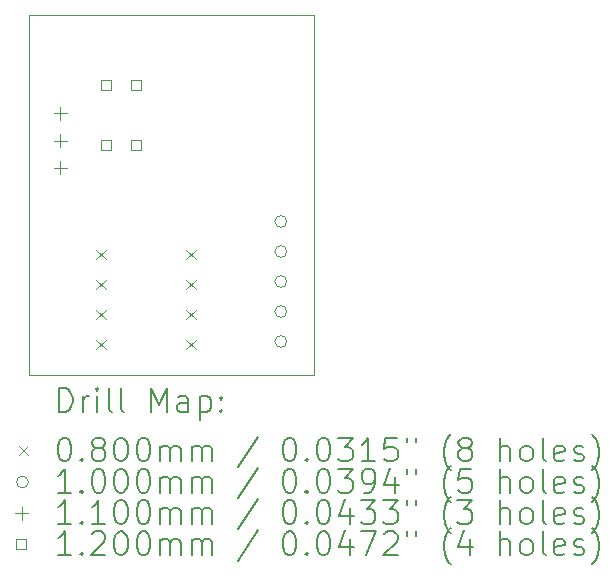
<source format=gbr>
%TF.GenerationSoftware,KiCad,Pcbnew,7.0.10*%
%TF.CreationDate,2024-02-09T12:47:51+11:00*%
%TF.ProjectId,PIC16F15214 Debugger,50494331-3646-4313-9532-313420446562,1.0-A*%
%TF.SameCoordinates,Original*%
%TF.FileFunction,Drillmap*%
%TF.FilePolarity,Positive*%
%FSLAX45Y45*%
G04 Gerber Fmt 4.5, Leading zero omitted, Abs format (unit mm)*
G04 Created by KiCad (PCBNEW 7.0.10) date 2024-02-09 12:47:51*
%MOMM*%
%LPD*%
G01*
G04 APERTURE LIST*
%ADD10C,0.100000*%
%ADD11C,0.200000*%
%ADD12C,0.110000*%
%ADD13C,0.120000*%
G04 APERTURE END LIST*
D10*
X13336513Y-8255000D02*
X15749513Y-8255000D01*
X15749513Y-11303000D01*
X13336513Y-11303000D01*
X13336513Y-8255000D01*
D11*
D10*
X13906113Y-10247000D02*
X13986113Y-10327000D01*
X13986113Y-10247000D02*
X13906113Y-10327000D01*
X13906113Y-10501000D02*
X13986113Y-10581000D01*
X13986113Y-10501000D02*
X13906113Y-10581000D01*
X13906113Y-10755000D02*
X13986113Y-10835000D01*
X13986113Y-10755000D02*
X13906113Y-10835000D01*
X13906113Y-11009000D02*
X13986113Y-11089000D01*
X13986113Y-11009000D02*
X13906113Y-11089000D01*
X14668113Y-10247000D02*
X14748113Y-10327000D01*
X14748113Y-10247000D02*
X14668113Y-10327000D01*
X14668113Y-10501000D02*
X14748113Y-10581000D01*
X14748113Y-10501000D02*
X14668113Y-10581000D01*
X14668113Y-10755000D02*
X14748113Y-10835000D01*
X14748113Y-10755000D02*
X14668113Y-10835000D01*
X14668113Y-11009000D02*
X14748113Y-11089000D01*
X14748113Y-11009000D02*
X14668113Y-11089000D01*
X15520113Y-10007600D02*
G75*
G03*
X15420113Y-10007600I-50000J0D01*
G01*
X15420113Y-10007600D02*
G75*
G03*
X15520113Y-10007600I50000J0D01*
G01*
X15520113Y-10261600D02*
G75*
G03*
X15420113Y-10261600I-50000J0D01*
G01*
X15420113Y-10261600D02*
G75*
G03*
X15520113Y-10261600I50000J0D01*
G01*
X15520113Y-10515600D02*
G75*
G03*
X15420113Y-10515600I-50000J0D01*
G01*
X15420113Y-10515600D02*
G75*
G03*
X15520113Y-10515600I50000J0D01*
G01*
X15520113Y-10769600D02*
G75*
G03*
X15420113Y-10769600I-50000J0D01*
G01*
X15420113Y-10769600D02*
G75*
G03*
X15520113Y-10769600I50000J0D01*
G01*
X15520113Y-11023600D02*
G75*
G03*
X15420113Y-11023600I-50000J0D01*
G01*
X15420113Y-11023600D02*
G75*
G03*
X15520113Y-11023600I50000J0D01*
G01*
D12*
X13603913Y-9037800D02*
X13603913Y-9147800D01*
X13548913Y-9092800D02*
X13658913Y-9092800D01*
X13603913Y-9266800D02*
X13603913Y-9376800D01*
X13548913Y-9321800D02*
X13658913Y-9321800D01*
X13603913Y-9495800D02*
X13603913Y-9605800D01*
X13548913Y-9550800D02*
X13658913Y-9550800D01*
D13*
X14032990Y-8894327D02*
X14032990Y-8809473D01*
X13948136Y-8809473D01*
X13948136Y-8894327D01*
X14032990Y-8894327D01*
X14032990Y-9402327D02*
X14032990Y-9317473D01*
X13948136Y-9317473D01*
X13948136Y-9402327D01*
X14032990Y-9402327D01*
X14286990Y-8894327D02*
X14286990Y-8809473D01*
X14202136Y-8809473D01*
X14202136Y-8894327D01*
X14286990Y-8894327D01*
X14286990Y-9402327D02*
X14286990Y-9317473D01*
X14202136Y-9317473D01*
X14202136Y-9402327D01*
X14286990Y-9402327D01*
D11*
X13592290Y-11619484D02*
X13592290Y-11419484D01*
X13592290Y-11419484D02*
X13639909Y-11419484D01*
X13639909Y-11419484D02*
X13668480Y-11429008D01*
X13668480Y-11429008D02*
X13687528Y-11448055D01*
X13687528Y-11448055D02*
X13697052Y-11467103D01*
X13697052Y-11467103D02*
X13706575Y-11505198D01*
X13706575Y-11505198D02*
X13706575Y-11533769D01*
X13706575Y-11533769D02*
X13697052Y-11571865D01*
X13697052Y-11571865D02*
X13687528Y-11590912D01*
X13687528Y-11590912D02*
X13668480Y-11609960D01*
X13668480Y-11609960D02*
X13639909Y-11619484D01*
X13639909Y-11619484D02*
X13592290Y-11619484D01*
X13792290Y-11619484D02*
X13792290Y-11486150D01*
X13792290Y-11524246D02*
X13801813Y-11505198D01*
X13801813Y-11505198D02*
X13811337Y-11495674D01*
X13811337Y-11495674D02*
X13830385Y-11486150D01*
X13830385Y-11486150D02*
X13849433Y-11486150D01*
X13916099Y-11619484D02*
X13916099Y-11486150D01*
X13916099Y-11419484D02*
X13906575Y-11429008D01*
X13906575Y-11429008D02*
X13916099Y-11438531D01*
X13916099Y-11438531D02*
X13925623Y-11429008D01*
X13925623Y-11429008D02*
X13916099Y-11419484D01*
X13916099Y-11419484D02*
X13916099Y-11438531D01*
X14039909Y-11619484D02*
X14020861Y-11609960D01*
X14020861Y-11609960D02*
X14011337Y-11590912D01*
X14011337Y-11590912D02*
X14011337Y-11419484D01*
X14144671Y-11619484D02*
X14125623Y-11609960D01*
X14125623Y-11609960D02*
X14116099Y-11590912D01*
X14116099Y-11590912D02*
X14116099Y-11419484D01*
X14373242Y-11619484D02*
X14373242Y-11419484D01*
X14373242Y-11419484D02*
X14439909Y-11562341D01*
X14439909Y-11562341D02*
X14506575Y-11419484D01*
X14506575Y-11419484D02*
X14506575Y-11619484D01*
X14687528Y-11619484D02*
X14687528Y-11514722D01*
X14687528Y-11514722D02*
X14678004Y-11495674D01*
X14678004Y-11495674D02*
X14658956Y-11486150D01*
X14658956Y-11486150D02*
X14620861Y-11486150D01*
X14620861Y-11486150D02*
X14601813Y-11495674D01*
X14687528Y-11609960D02*
X14668480Y-11619484D01*
X14668480Y-11619484D02*
X14620861Y-11619484D01*
X14620861Y-11619484D02*
X14601813Y-11609960D01*
X14601813Y-11609960D02*
X14592290Y-11590912D01*
X14592290Y-11590912D02*
X14592290Y-11571865D01*
X14592290Y-11571865D02*
X14601813Y-11552817D01*
X14601813Y-11552817D02*
X14620861Y-11543293D01*
X14620861Y-11543293D02*
X14668480Y-11543293D01*
X14668480Y-11543293D02*
X14687528Y-11533769D01*
X14782766Y-11486150D02*
X14782766Y-11686150D01*
X14782766Y-11495674D02*
X14801813Y-11486150D01*
X14801813Y-11486150D02*
X14839909Y-11486150D01*
X14839909Y-11486150D02*
X14858956Y-11495674D01*
X14858956Y-11495674D02*
X14868480Y-11505198D01*
X14868480Y-11505198D02*
X14878004Y-11524246D01*
X14878004Y-11524246D02*
X14878004Y-11581388D01*
X14878004Y-11581388D02*
X14868480Y-11600436D01*
X14868480Y-11600436D02*
X14858956Y-11609960D01*
X14858956Y-11609960D02*
X14839909Y-11619484D01*
X14839909Y-11619484D02*
X14801813Y-11619484D01*
X14801813Y-11619484D02*
X14782766Y-11609960D01*
X14963718Y-11600436D02*
X14973242Y-11609960D01*
X14973242Y-11609960D02*
X14963718Y-11619484D01*
X14963718Y-11619484D02*
X14954194Y-11609960D01*
X14954194Y-11609960D02*
X14963718Y-11600436D01*
X14963718Y-11600436D02*
X14963718Y-11619484D01*
X14963718Y-11495674D02*
X14973242Y-11505198D01*
X14973242Y-11505198D02*
X14963718Y-11514722D01*
X14963718Y-11514722D02*
X14954194Y-11505198D01*
X14954194Y-11505198D02*
X14963718Y-11495674D01*
X14963718Y-11495674D02*
X14963718Y-11514722D01*
D10*
X13251513Y-11908000D02*
X13331513Y-11988000D01*
X13331513Y-11908000D02*
X13251513Y-11988000D01*
D11*
X13630385Y-11839484D02*
X13649433Y-11839484D01*
X13649433Y-11839484D02*
X13668480Y-11849008D01*
X13668480Y-11849008D02*
X13678004Y-11858531D01*
X13678004Y-11858531D02*
X13687528Y-11877579D01*
X13687528Y-11877579D02*
X13697052Y-11915674D01*
X13697052Y-11915674D02*
X13697052Y-11963293D01*
X13697052Y-11963293D02*
X13687528Y-12001388D01*
X13687528Y-12001388D02*
X13678004Y-12020436D01*
X13678004Y-12020436D02*
X13668480Y-12029960D01*
X13668480Y-12029960D02*
X13649433Y-12039484D01*
X13649433Y-12039484D02*
X13630385Y-12039484D01*
X13630385Y-12039484D02*
X13611337Y-12029960D01*
X13611337Y-12029960D02*
X13601813Y-12020436D01*
X13601813Y-12020436D02*
X13592290Y-12001388D01*
X13592290Y-12001388D02*
X13582766Y-11963293D01*
X13582766Y-11963293D02*
X13582766Y-11915674D01*
X13582766Y-11915674D02*
X13592290Y-11877579D01*
X13592290Y-11877579D02*
X13601813Y-11858531D01*
X13601813Y-11858531D02*
X13611337Y-11849008D01*
X13611337Y-11849008D02*
X13630385Y-11839484D01*
X13782766Y-12020436D02*
X13792290Y-12029960D01*
X13792290Y-12029960D02*
X13782766Y-12039484D01*
X13782766Y-12039484D02*
X13773242Y-12029960D01*
X13773242Y-12029960D02*
X13782766Y-12020436D01*
X13782766Y-12020436D02*
X13782766Y-12039484D01*
X13906575Y-11925198D02*
X13887528Y-11915674D01*
X13887528Y-11915674D02*
X13878004Y-11906150D01*
X13878004Y-11906150D02*
X13868480Y-11887103D01*
X13868480Y-11887103D02*
X13868480Y-11877579D01*
X13868480Y-11877579D02*
X13878004Y-11858531D01*
X13878004Y-11858531D02*
X13887528Y-11849008D01*
X13887528Y-11849008D02*
X13906575Y-11839484D01*
X13906575Y-11839484D02*
X13944671Y-11839484D01*
X13944671Y-11839484D02*
X13963718Y-11849008D01*
X13963718Y-11849008D02*
X13973242Y-11858531D01*
X13973242Y-11858531D02*
X13982766Y-11877579D01*
X13982766Y-11877579D02*
X13982766Y-11887103D01*
X13982766Y-11887103D02*
X13973242Y-11906150D01*
X13973242Y-11906150D02*
X13963718Y-11915674D01*
X13963718Y-11915674D02*
X13944671Y-11925198D01*
X13944671Y-11925198D02*
X13906575Y-11925198D01*
X13906575Y-11925198D02*
X13887528Y-11934722D01*
X13887528Y-11934722D02*
X13878004Y-11944246D01*
X13878004Y-11944246D02*
X13868480Y-11963293D01*
X13868480Y-11963293D02*
X13868480Y-12001388D01*
X13868480Y-12001388D02*
X13878004Y-12020436D01*
X13878004Y-12020436D02*
X13887528Y-12029960D01*
X13887528Y-12029960D02*
X13906575Y-12039484D01*
X13906575Y-12039484D02*
X13944671Y-12039484D01*
X13944671Y-12039484D02*
X13963718Y-12029960D01*
X13963718Y-12029960D02*
X13973242Y-12020436D01*
X13973242Y-12020436D02*
X13982766Y-12001388D01*
X13982766Y-12001388D02*
X13982766Y-11963293D01*
X13982766Y-11963293D02*
X13973242Y-11944246D01*
X13973242Y-11944246D02*
X13963718Y-11934722D01*
X13963718Y-11934722D02*
X13944671Y-11925198D01*
X14106575Y-11839484D02*
X14125623Y-11839484D01*
X14125623Y-11839484D02*
X14144671Y-11849008D01*
X14144671Y-11849008D02*
X14154194Y-11858531D01*
X14154194Y-11858531D02*
X14163718Y-11877579D01*
X14163718Y-11877579D02*
X14173242Y-11915674D01*
X14173242Y-11915674D02*
X14173242Y-11963293D01*
X14173242Y-11963293D02*
X14163718Y-12001388D01*
X14163718Y-12001388D02*
X14154194Y-12020436D01*
X14154194Y-12020436D02*
X14144671Y-12029960D01*
X14144671Y-12029960D02*
X14125623Y-12039484D01*
X14125623Y-12039484D02*
X14106575Y-12039484D01*
X14106575Y-12039484D02*
X14087528Y-12029960D01*
X14087528Y-12029960D02*
X14078004Y-12020436D01*
X14078004Y-12020436D02*
X14068480Y-12001388D01*
X14068480Y-12001388D02*
X14058956Y-11963293D01*
X14058956Y-11963293D02*
X14058956Y-11915674D01*
X14058956Y-11915674D02*
X14068480Y-11877579D01*
X14068480Y-11877579D02*
X14078004Y-11858531D01*
X14078004Y-11858531D02*
X14087528Y-11849008D01*
X14087528Y-11849008D02*
X14106575Y-11839484D01*
X14297052Y-11839484D02*
X14316099Y-11839484D01*
X14316099Y-11839484D02*
X14335147Y-11849008D01*
X14335147Y-11849008D02*
X14344671Y-11858531D01*
X14344671Y-11858531D02*
X14354194Y-11877579D01*
X14354194Y-11877579D02*
X14363718Y-11915674D01*
X14363718Y-11915674D02*
X14363718Y-11963293D01*
X14363718Y-11963293D02*
X14354194Y-12001388D01*
X14354194Y-12001388D02*
X14344671Y-12020436D01*
X14344671Y-12020436D02*
X14335147Y-12029960D01*
X14335147Y-12029960D02*
X14316099Y-12039484D01*
X14316099Y-12039484D02*
X14297052Y-12039484D01*
X14297052Y-12039484D02*
X14278004Y-12029960D01*
X14278004Y-12029960D02*
X14268480Y-12020436D01*
X14268480Y-12020436D02*
X14258956Y-12001388D01*
X14258956Y-12001388D02*
X14249433Y-11963293D01*
X14249433Y-11963293D02*
X14249433Y-11915674D01*
X14249433Y-11915674D02*
X14258956Y-11877579D01*
X14258956Y-11877579D02*
X14268480Y-11858531D01*
X14268480Y-11858531D02*
X14278004Y-11849008D01*
X14278004Y-11849008D02*
X14297052Y-11839484D01*
X14449433Y-12039484D02*
X14449433Y-11906150D01*
X14449433Y-11925198D02*
X14458956Y-11915674D01*
X14458956Y-11915674D02*
X14478004Y-11906150D01*
X14478004Y-11906150D02*
X14506575Y-11906150D01*
X14506575Y-11906150D02*
X14525623Y-11915674D01*
X14525623Y-11915674D02*
X14535147Y-11934722D01*
X14535147Y-11934722D02*
X14535147Y-12039484D01*
X14535147Y-11934722D02*
X14544671Y-11915674D01*
X14544671Y-11915674D02*
X14563718Y-11906150D01*
X14563718Y-11906150D02*
X14592290Y-11906150D01*
X14592290Y-11906150D02*
X14611337Y-11915674D01*
X14611337Y-11915674D02*
X14620861Y-11934722D01*
X14620861Y-11934722D02*
X14620861Y-12039484D01*
X14716099Y-12039484D02*
X14716099Y-11906150D01*
X14716099Y-11925198D02*
X14725623Y-11915674D01*
X14725623Y-11915674D02*
X14744671Y-11906150D01*
X14744671Y-11906150D02*
X14773242Y-11906150D01*
X14773242Y-11906150D02*
X14792290Y-11915674D01*
X14792290Y-11915674D02*
X14801814Y-11934722D01*
X14801814Y-11934722D02*
X14801814Y-12039484D01*
X14801814Y-11934722D02*
X14811337Y-11915674D01*
X14811337Y-11915674D02*
X14830385Y-11906150D01*
X14830385Y-11906150D02*
X14858956Y-11906150D01*
X14858956Y-11906150D02*
X14878004Y-11915674D01*
X14878004Y-11915674D02*
X14887528Y-11934722D01*
X14887528Y-11934722D02*
X14887528Y-12039484D01*
X15278004Y-11829960D02*
X15106576Y-12087103D01*
X15535147Y-11839484D02*
X15554195Y-11839484D01*
X15554195Y-11839484D02*
X15573242Y-11849008D01*
X15573242Y-11849008D02*
X15582766Y-11858531D01*
X15582766Y-11858531D02*
X15592290Y-11877579D01*
X15592290Y-11877579D02*
X15601814Y-11915674D01*
X15601814Y-11915674D02*
X15601814Y-11963293D01*
X15601814Y-11963293D02*
X15592290Y-12001388D01*
X15592290Y-12001388D02*
X15582766Y-12020436D01*
X15582766Y-12020436D02*
X15573242Y-12029960D01*
X15573242Y-12029960D02*
X15554195Y-12039484D01*
X15554195Y-12039484D02*
X15535147Y-12039484D01*
X15535147Y-12039484D02*
X15516099Y-12029960D01*
X15516099Y-12029960D02*
X15506576Y-12020436D01*
X15506576Y-12020436D02*
X15497052Y-12001388D01*
X15497052Y-12001388D02*
X15487528Y-11963293D01*
X15487528Y-11963293D02*
X15487528Y-11915674D01*
X15487528Y-11915674D02*
X15497052Y-11877579D01*
X15497052Y-11877579D02*
X15506576Y-11858531D01*
X15506576Y-11858531D02*
X15516099Y-11849008D01*
X15516099Y-11849008D02*
X15535147Y-11839484D01*
X15687528Y-12020436D02*
X15697052Y-12029960D01*
X15697052Y-12029960D02*
X15687528Y-12039484D01*
X15687528Y-12039484D02*
X15678004Y-12029960D01*
X15678004Y-12029960D02*
X15687528Y-12020436D01*
X15687528Y-12020436D02*
X15687528Y-12039484D01*
X15820861Y-11839484D02*
X15839909Y-11839484D01*
X15839909Y-11839484D02*
X15858957Y-11849008D01*
X15858957Y-11849008D02*
X15868480Y-11858531D01*
X15868480Y-11858531D02*
X15878004Y-11877579D01*
X15878004Y-11877579D02*
X15887528Y-11915674D01*
X15887528Y-11915674D02*
X15887528Y-11963293D01*
X15887528Y-11963293D02*
X15878004Y-12001388D01*
X15878004Y-12001388D02*
X15868480Y-12020436D01*
X15868480Y-12020436D02*
X15858957Y-12029960D01*
X15858957Y-12029960D02*
X15839909Y-12039484D01*
X15839909Y-12039484D02*
X15820861Y-12039484D01*
X15820861Y-12039484D02*
X15801814Y-12029960D01*
X15801814Y-12029960D02*
X15792290Y-12020436D01*
X15792290Y-12020436D02*
X15782766Y-12001388D01*
X15782766Y-12001388D02*
X15773242Y-11963293D01*
X15773242Y-11963293D02*
X15773242Y-11915674D01*
X15773242Y-11915674D02*
X15782766Y-11877579D01*
X15782766Y-11877579D02*
X15792290Y-11858531D01*
X15792290Y-11858531D02*
X15801814Y-11849008D01*
X15801814Y-11849008D02*
X15820861Y-11839484D01*
X15954195Y-11839484D02*
X16078004Y-11839484D01*
X16078004Y-11839484D02*
X16011337Y-11915674D01*
X16011337Y-11915674D02*
X16039909Y-11915674D01*
X16039909Y-11915674D02*
X16058957Y-11925198D01*
X16058957Y-11925198D02*
X16068480Y-11934722D01*
X16068480Y-11934722D02*
X16078004Y-11953769D01*
X16078004Y-11953769D02*
X16078004Y-12001388D01*
X16078004Y-12001388D02*
X16068480Y-12020436D01*
X16068480Y-12020436D02*
X16058957Y-12029960D01*
X16058957Y-12029960D02*
X16039909Y-12039484D01*
X16039909Y-12039484D02*
X15982766Y-12039484D01*
X15982766Y-12039484D02*
X15963718Y-12029960D01*
X15963718Y-12029960D02*
X15954195Y-12020436D01*
X16268480Y-12039484D02*
X16154195Y-12039484D01*
X16211337Y-12039484D02*
X16211337Y-11839484D01*
X16211337Y-11839484D02*
X16192290Y-11868055D01*
X16192290Y-11868055D02*
X16173242Y-11887103D01*
X16173242Y-11887103D02*
X16154195Y-11896627D01*
X16449433Y-11839484D02*
X16354195Y-11839484D01*
X16354195Y-11839484D02*
X16344671Y-11934722D01*
X16344671Y-11934722D02*
X16354195Y-11925198D01*
X16354195Y-11925198D02*
X16373242Y-11915674D01*
X16373242Y-11915674D02*
X16420861Y-11915674D01*
X16420861Y-11915674D02*
X16439909Y-11925198D01*
X16439909Y-11925198D02*
X16449433Y-11934722D01*
X16449433Y-11934722D02*
X16458957Y-11953769D01*
X16458957Y-11953769D02*
X16458957Y-12001388D01*
X16458957Y-12001388D02*
X16449433Y-12020436D01*
X16449433Y-12020436D02*
X16439909Y-12029960D01*
X16439909Y-12029960D02*
X16420861Y-12039484D01*
X16420861Y-12039484D02*
X16373242Y-12039484D01*
X16373242Y-12039484D02*
X16354195Y-12029960D01*
X16354195Y-12029960D02*
X16344671Y-12020436D01*
X16535147Y-11839484D02*
X16535147Y-11877579D01*
X16611338Y-11839484D02*
X16611338Y-11877579D01*
X16906576Y-12115674D02*
X16897052Y-12106150D01*
X16897052Y-12106150D02*
X16878004Y-12077579D01*
X16878004Y-12077579D02*
X16868481Y-12058531D01*
X16868481Y-12058531D02*
X16858957Y-12029960D01*
X16858957Y-12029960D02*
X16849433Y-11982341D01*
X16849433Y-11982341D02*
X16849433Y-11944246D01*
X16849433Y-11944246D02*
X16858957Y-11896627D01*
X16858957Y-11896627D02*
X16868481Y-11868055D01*
X16868481Y-11868055D02*
X16878004Y-11849008D01*
X16878004Y-11849008D02*
X16897052Y-11820436D01*
X16897052Y-11820436D02*
X16906576Y-11810912D01*
X17011338Y-11925198D02*
X16992290Y-11915674D01*
X16992290Y-11915674D02*
X16982766Y-11906150D01*
X16982766Y-11906150D02*
X16973242Y-11887103D01*
X16973242Y-11887103D02*
X16973242Y-11877579D01*
X16973242Y-11877579D02*
X16982766Y-11858531D01*
X16982766Y-11858531D02*
X16992290Y-11849008D01*
X16992290Y-11849008D02*
X17011338Y-11839484D01*
X17011338Y-11839484D02*
X17049433Y-11839484D01*
X17049433Y-11839484D02*
X17068481Y-11849008D01*
X17068481Y-11849008D02*
X17078004Y-11858531D01*
X17078004Y-11858531D02*
X17087528Y-11877579D01*
X17087528Y-11877579D02*
X17087528Y-11887103D01*
X17087528Y-11887103D02*
X17078004Y-11906150D01*
X17078004Y-11906150D02*
X17068481Y-11915674D01*
X17068481Y-11915674D02*
X17049433Y-11925198D01*
X17049433Y-11925198D02*
X17011338Y-11925198D01*
X17011338Y-11925198D02*
X16992290Y-11934722D01*
X16992290Y-11934722D02*
X16982766Y-11944246D01*
X16982766Y-11944246D02*
X16973242Y-11963293D01*
X16973242Y-11963293D02*
X16973242Y-12001388D01*
X16973242Y-12001388D02*
X16982766Y-12020436D01*
X16982766Y-12020436D02*
X16992290Y-12029960D01*
X16992290Y-12029960D02*
X17011338Y-12039484D01*
X17011338Y-12039484D02*
X17049433Y-12039484D01*
X17049433Y-12039484D02*
X17068481Y-12029960D01*
X17068481Y-12029960D02*
X17078004Y-12020436D01*
X17078004Y-12020436D02*
X17087528Y-12001388D01*
X17087528Y-12001388D02*
X17087528Y-11963293D01*
X17087528Y-11963293D02*
X17078004Y-11944246D01*
X17078004Y-11944246D02*
X17068481Y-11934722D01*
X17068481Y-11934722D02*
X17049433Y-11925198D01*
X17325623Y-12039484D02*
X17325623Y-11839484D01*
X17411338Y-12039484D02*
X17411338Y-11934722D01*
X17411338Y-11934722D02*
X17401814Y-11915674D01*
X17401814Y-11915674D02*
X17382766Y-11906150D01*
X17382766Y-11906150D02*
X17354195Y-11906150D01*
X17354195Y-11906150D02*
X17335147Y-11915674D01*
X17335147Y-11915674D02*
X17325623Y-11925198D01*
X17535147Y-12039484D02*
X17516100Y-12029960D01*
X17516100Y-12029960D02*
X17506576Y-12020436D01*
X17506576Y-12020436D02*
X17497052Y-12001388D01*
X17497052Y-12001388D02*
X17497052Y-11944246D01*
X17497052Y-11944246D02*
X17506576Y-11925198D01*
X17506576Y-11925198D02*
X17516100Y-11915674D01*
X17516100Y-11915674D02*
X17535147Y-11906150D01*
X17535147Y-11906150D02*
X17563719Y-11906150D01*
X17563719Y-11906150D02*
X17582766Y-11915674D01*
X17582766Y-11915674D02*
X17592290Y-11925198D01*
X17592290Y-11925198D02*
X17601814Y-11944246D01*
X17601814Y-11944246D02*
X17601814Y-12001388D01*
X17601814Y-12001388D02*
X17592290Y-12020436D01*
X17592290Y-12020436D02*
X17582766Y-12029960D01*
X17582766Y-12029960D02*
X17563719Y-12039484D01*
X17563719Y-12039484D02*
X17535147Y-12039484D01*
X17716100Y-12039484D02*
X17697052Y-12029960D01*
X17697052Y-12029960D02*
X17687528Y-12010912D01*
X17687528Y-12010912D02*
X17687528Y-11839484D01*
X17868481Y-12029960D02*
X17849433Y-12039484D01*
X17849433Y-12039484D02*
X17811338Y-12039484D01*
X17811338Y-12039484D02*
X17792290Y-12029960D01*
X17792290Y-12029960D02*
X17782766Y-12010912D01*
X17782766Y-12010912D02*
X17782766Y-11934722D01*
X17782766Y-11934722D02*
X17792290Y-11915674D01*
X17792290Y-11915674D02*
X17811338Y-11906150D01*
X17811338Y-11906150D02*
X17849433Y-11906150D01*
X17849433Y-11906150D02*
X17868481Y-11915674D01*
X17868481Y-11915674D02*
X17878004Y-11934722D01*
X17878004Y-11934722D02*
X17878004Y-11953769D01*
X17878004Y-11953769D02*
X17782766Y-11972817D01*
X17954195Y-12029960D02*
X17973243Y-12039484D01*
X17973243Y-12039484D02*
X18011338Y-12039484D01*
X18011338Y-12039484D02*
X18030385Y-12029960D01*
X18030385Y-12029960D02*
X18039909Y-12010912D01*
X18039909Y-12010912D02*
X18039909Y-12001388D01*
X18039909Y-12001388D02*
X18030385Y-11982341D01*
X18030385Y-11982341D02*
X18011338Y-11972817D01*
X18011338Y-11972817D02*
X17982766Y-11972817D01*
X17982766Y-11972817D02*
X17963719Y-11963293D01*
X17963719Y-11963293D02*
X17954195Y-11944246D01*
X17954195Y-11944246D02*
X17954195Y-11934722D01*
X17954195Y-11934722D02*
X17963719Y-11915674D01*
X17963719Y-11915674D02*
X17982766Y-11906150D01*
X17982766Y-11906150D02*
X18011338Y-11906150D01*
X18011338Y-11906150D02*
X18030385Y-11915674D01*
X18106576Y-12115674D02*
X18116100Y-12106150D01*
X18116100Y-12106150D02*
X18135147Y-12077579D01*
X18135147Y-12077579D02*
X18144671Y-12058531D01*
X18144671Y-12058531D02*
X18154195Y-12029960D01*
X18154195Y-12029960D02*
X18163719Y-11982341D01*
X18163719Y-11982341D02*
X18163719Y-11944246D01*
X18163719Y-11944246D02*
X18154195Y-11896627D01*
X18154195Y-11896627D02*
X18144671Y-11868055D01*
X18144671Y-11868055D02*
X18135147Y-11849008D01*
X18135147Y-11849008D02*
X18116100Y-11820436D01*
X18116100Y-11820436D02*
X18106576Y-11810912D01*
D10*
X13331513Y-12212000D02*
G75*
G03*
X13231513Y-12212000I-50000J0D01*
G01*
X13231513Y-12212000D02*
G75*
G03*
X13331513Y-12212000I50000J0D01*
G01*
D11*
X13697052Y-12303484D02*
X13582766Y-12303484D01*
X13639909Y-12303484D02*
X13639909Y-12103484D01*
X13639909Y-12103484D02*
X13620861Y-12132055D01*
X13620861Y-12132055D02*
X13601813Y-12151103D01*
X13601813Y-12151103D02*
X13582766Y-12160627D01*
X13782766Y-12284436D02*
X13792290Y-12293960D01*
X13792290Y-12293960D02*
X13782766Y-12303484D01*
X13782766Y-12303484D02*
X13773242Y-12293960D01*
X13773242Y-12293960D02*
X13782766Y-12284436D01*
X13782766Y-12284436D02*
X13782766Y-12303484D01*
X13916099Y-12103484D02*
X13935147Y-12103484D01*
X13935147Y-12103484D02*
X13954194Y-12113008D01*
X13954194Y-12113008D02*
X13963718Y-12122531D01*
X13963718Y-12122531D02*
X13973242Y-12141579D01*
X13973242Y-12141579D02*
X13982766Y-12179674D01*
X13982766Y-12179674D02*
X13982766Y-12227293D01*
X13982766Y-12227293D02*
X13973242Y-12265388D01*
X13973242Y-12265388D02*
X13963718Y-12284436D01*
X13963718Y-12284436D02*
X13954194Y-12293960D01*
X13954194Y-12293960D02*
X13935147Y-12303484D01*
X13935147Y-12303484D02*
X13916099Y-12303484D01*
X13916099Y-12303484D02*
X13897052Y-12293960D01*
X13897052Y-12293960D02*
X13887528Y-12284436D01*
X13887528Y-12284436D02*
X13878004Y-12265388D01*
X13878004Y-12265388D02*
X13868480Y-12227293D01*
X13868480Y-12227293D02*
X13868480Y-12179674D01*
X13868480Y-12179674D02*
X13878004Y-12141579D01*
X13878004Y-12141579D02*
X13887528Y-12122531D01*
X13887528Y-12122531D02*
X13897052Y-12113008D01*
X13897052Y-12113008D02*
X13916099Y-12103484D01*
X14106575Y-12103484D02*
X14125623Y-12103484D01*
X14125623Y-12103484D02*
X14144671Y-12113008D01*
X14144671Y-12113008D02*
X14154194Y-12122531D01*
X14154194Y-12122531D02*
X14163718Y-12141579D01*
X14163718Y-12141579D02*
X14173242Y-12179674D01*
X14173242Y-12179674D02*
X14173242Y-12227293D01*
X14173242Y-12227293D02*
X14163718Y-12265388D01*
X14163718Y-12265388D02*
X14154194Y-12284436D01*
X14154194Y-12284436D02*
X14144671Y-12293960D01*
X14144671Y-12293960D02*
X14125623Y-12303484D01*
X14125623Y-12303484D02*
X14106575Y-12303484D01*
X14106575Y-12303484D02*
X14087528Y-12293960D01*
X14087528Y-12293960D02*
X14078004Y-12284436D01*
X14078004Y-12284436D02*
X14068480Y-12265388D01*
X14068480Y-12265388D02*
X14058956Y-12227293D01*
X14058956Y-12227293D02*
X14058956Y-12179674D01*
X14058956Y-12179674D02*
X14068480Y-12141579D01*
X14068480Y-12141579D02*
X14078004Y-12122531D01*
X14078004Y-12122531D02*
X14087528Y-12113008D01*
X14087528Y-12113008D02*
X14106575Y-12103484D01*
X14297052Y-12103484D02*
X14316099Y-12103484D01*
X14316099Y-12103484D02*
X14335147Y-12113008D01*
X14335147Y-12113008D02*
X14344671Y-12122531D01*
X14344671Y-12122531D02*
X14354194Y-12141579D01*
X14354194Y-12141579D02*
X14363718Y-12179674D01*
X14363718Y-12179674D02*
X14363718Y-12227293D01*
X14363718Y-12227293D02*
X14354194Y-12265388D01*
X14354194Y-12265388D02*
X14344671Y-12284436D01*
X14344671Y-12284436D02*
X14335147Y-12293960D01*
X14335147Y-12293960D02*
X14316099Y-12303484D01*
X14316099Y-12303484D02*
X14297052Y-12303484D01*
X14297052Y-12303484D02*
X14278004Y-12293960D01*
X14278004Y-12293960D02*
X14268480Y-12284436D01*
X14268480Y-12284436D02*
X14258956Y-12265388D01*
X14258956Y-12265388D02*
X14249433Y-12227293D01*
X14249433Y-12227293D02*
X14249433Y-12179674D01*
X14249433Y-12179674D02*
X14258956Y-12141579D01*
X14258956Y-12141579D02*
X14268480Y-12122531D01*
X14268480Y-12122531D02*
X14278004Y-12113008D01*
X14278004Y-12113008D02*
X14297052Y-12103484D01*
X14449433Y-12303484D02*
X14449433Y-12170150D01*
X14449433Y-12189198D02*
X14458956Y-12179674D01*
X14458956Y-12179674D02*
X14478004Y-12170150D01*
X14478004Y-12170150D02*
X14506575Y-12170150D01*
X14506575Y-12170150D02*
X14525623Y-12179674D01*
X14525623Y-12179674D02*
X14535147Y-12198722D01*
X14535147Y-12198722D02*
X14535147Y-12303484D01*
X14535147Y-12198722D02*
X14544671Y-12179674D01*
X14544671Y-12179674D02*
X14563718Y-12170150D01*
X14563718Y-12170150D02*
X14592290Y-12170150D01*
X14592290Y-12170150D02*
X14611337Y-12179674D01*
X14611337Y-12179674D02*
X14620861Y-12198722D01*
X14620861Y-12198722D02*
X14620861Y-12303484D01*
X14716099Y-12303484D02*
X14716099Y-12170150D01*
X14716099Y-12189198D02*
X14725623Y-12179674D01*
X14725623Y-12179674D02*
X14744671Y-12170150D01*
X14744671Y-12170150D02*
X14773242Y-12170150D01*
X14773242Y-12170150D02*
X14792290Y-12179674D01*
X14792290Y-12179674D02*
X14801814Y-12198722D01*
X14801814Y-12198722D02*
X14801814Y-12303484D01*
X14801814Y-12198722D02*
X14811337Y-12179674D01*
X14811337Y-12179674D02*
X14830385Y-12170150D01*
X14830385Y-12170150D02*
X14858956Y-12170150D01*
X14858956Y-12170150D02*
X14878004Y-12179674D01*
X14878004Y-12179674D02*
X14887528Y-12198722D01*
X14887528Y-12198722D02*
X14887528Y-12303484D01*
X15278004Y-12093960D02*
X15106576Y-12351103D01*
X15535147Y-12103484D02*
X15554195Y-12103484D01*
X15554195Y-12103484D02*
X15573242Y-12113008D01*
X15573242Y-12113008D02*
X15582766Y-12122531D01*
X15582766Y-12122531D02*
X15592290Y-12141579D01*
X15592290Y-12141579D02*
X15601814Y-12179674D01*
X15601814Y-12179674D02*
X15601814Y-12227293D01*
X15601814Y-12227293D02*
X15592290Y-12265388D01*
X15592290Y-12265388D02*
X15582766Y-12284436D01*
X15582766Y-12284436D02*
X15573242Y-12293960D01*
X15573242Y-12293960D02*
X15554195Y-12303484D01*
X15554195Y-12303484D02*
X15535147Y-12303484D01*
X15535147Y-12303484D02*
X15516099Y-12293960D01*
X15516099Y-12293960D02*
X15506576Y-12284436D01*
X15506576Y-12284436D02*
X15497052Y-12265388D01*
X15497052Y-12265388D02*
X15487528Y-12227293D01*
X15487528Y-12227293D02*
X15487528Y-12179674D01*
X15487528Y-12179674D02*
X15497052Y-12141579D01*
X15497052Y-12141579D02*
X15506576Y-12122531D01*
X15506576Y-12122531D02*
X15516099Y-12113008D01*
X15516099Y-12113008D02*
X15535147Y-12103484D01*
X15687528Y-12284436D02*
X15697052Y-12293960D01*
X15697052Y-12293960D02*
X15687528Y-12303484D01*
X15687528Y-12303484D02*
X15678004Y-12293960D01*
X15678004Y-12293960D02*
X15687528Y-12284436D01*
X15687528Y-12284436D02*
X15687528Y-12303484D01*
X15820861Y-12103484D02*
X15839909Y-12103484D01*
X15839909Y-12103484D02*
X15858957Y-12113008D01*
X15858957Y-12113008D02*
X15868480Y-12122531D01*
X15868480Y-12122531D02*
X15878004Y-12141579D01*
X15878004Y-12141579D02*
X15887528Y-12179674D01*
X15887528Y-12179674D02*
X15887528Y-12227293D01*
X15887528Y-12227293D02*
X15878004Y-12265388D01*
X15878004Y-12265388D02*
X15868480Y-12284436D01*
X15868480Y-12284436D02*
X15858957Y-12293960D01*
X15858957Y-12293960D02*
X15839909Y-12303484D01*
X15839909Y-12303484D02*
X15820861Y-12303484D01*
X15820861Y-12303484D02*
X15801814Y-12293960D01*
X15801814Y-12293960D02*
X15792290Y-12284436D01*
X15792290Y-12284436D02*
X15782766Y-12265388D01*
X15782766Y-12265388D02*
X15773242Y-12227293D01*
X15773242Y-12227293D02*
X15773242Y-12179674D01*
X15773242Y-12179674D02*
X15782766Y-12141579D01*
X15782766Y-12141579D02*
X15792290Y-12122531D01*
X15792290Y-12122531D02*
X15801814Y-12113008D01*
X15801814Y-12113008D02*
X15820861Y-12103484D01*
X15954195Y-12103484D02*
X16078004Y-12103484D01*
X16078004Y-12103484D02*
X16011337Y-12179674D01*
X16011337Y-12179674D02*
X16039909Y-12179674D01*
X16039909Y-12179674D02*
X16058957Y-12189198D01*
X16058957Y-12189198D02*
X16068480Y-12198722D01*
X16068480Y-12198722D02*
X16078004Y-12217769D01*
X16078004Y-12217769D02*
X16078004Y-12265388D01*
X16078004Y-12265388D02*
X16068480Y-12284436D01*
X16068480Y-12284436D02*
X16058957Y-12293960D01*
X16058957Y-12293960D02*
X16039909Y-12303484D01*
X16039909Y-12303484D02*
X15982766Y-12303484D01*
X15982766Y-12303484D02*
X15963718Y-12293960D01*
X15963718Y-12293960D02*
X15954195Y-12284436D01*
X16173242Y-12303484D02*
X16211337Y-12303484D01*
X16211337Y-12303484D02*
X16230385Y-12293960D01*
X16230385Y-12293960D02*
X16239909Y-12284436D01*
X16239909Y-12284436D02*
X16258957Y-12255865D01*
X16258957Y-12255865D02*
X16268480Y-12217769D01*
X16268480Y-12217769D02*
X16268480Y-12141579D01*
X16268480Y-12141579D02*
X16258957Y-12122531D01*
X16258957Y-12122531D02*
X16249433Y-12113008D01*
X16249433Y-12113008D02*
X16230385Y-12103484D01*
X16230385Y-12103484D02*
X16192290Y-12103484D01*
X16192290Y-12103484D02*
X16173242Y-12113008D01*
X16173242Y-12113008D02*
X16163718Y-12122531D01*
X16163718Y-12122531D02*
X16154195Y-12141579D01*
X16154195Y-12141579D02*
X16154195Y-12189198D01*
X16154195Y-12189198D02*
X16163718Y-12208246D01*
X16163718Y-12208246D02*
X16173242Y-12217769D01*
X16173242Y-12217769D02*
X16192290Y-12227293D01*
X16192290Y-12227293D02*
X16230385Y-12227293D01*
X16230385Y-12227293D02*
X16249433Y-12217769D01*
X16249433Y-12217769D02*
X16258957Y-12208246D01*
X16258957Y-12208246D02*
X16268480Y-12189198D01*
X16439909Y-12170150D02*
X16439909Y-12303484D01*
X16392290Y-12093960D02*
X16344671Y-12236817D01*
X16344671Y-12236817D02*
X16468480Y-12236817D01*
X16535147Y-12103484D02*
X16535147Y-12141579D01*
X16611338Y-12103484D02*
X16611338Y-12141579D01*
X16906576Y-12379674D02*
X16897052Y-12370150D01*
X16897052Y-12370150D02*
X16878004Y-12341579D01*
X16878004Y-12341579D02*
X16868481Y-12322531D01*
X16868481Y-12322531D02*
X16858957Y-12293960D01*
X16858957Y-12293960D02*
X16849433Y-12246341D01*
X16849433Y-12246341D02*
X16849433Y-12208246D01*
X16849433Y-12208246D02*
X16858957Y-12160627D01*
X16858957Y-12160627D02*
X16868481Y-12132055D01*
X16868481Y-12132055D02*
X16878004Y-12113008D01*
X16878004Y-12113008D02*
X16897052Y-12084436D01*
X16897052Y-12084436D02*
X16906576Y-12074912D01*
X17078004Y-12103484D02*
X16982766Y-12103484D01*
X16982766Y-12103484D02*
X16973242Y-12198722D01*
X16973242Y-12198722D02*
X16982766Y-12189198D01*
X16982766Y-12189198D02*
X17001814Y-12179674D01*
X17001814Y-12179674D02*
X17049433Y-12179674D01*
X17049433Y-12179674D02*
X17068481Y-12189198D01*
X17068481Y-12189198D02*
X17078004Y-12198722D01*
X17078004Y-12198722D02*
X17087528Y-12217769D01*
X17087528Y-12217769D02*
X17087528Y-12265388D01*
X17087528Y-12265388D02*
X17078004Y-12284436D01*
X17078004Y-12284436D02*
X17068481Y-12293960D01*
X17068481Y-12293960D02*
X17049433Y-12303484D01*
X17049433Y-12303484D02*
X17001814Y-12303484D01*
X17001814Y-12303484D02*
X16982766Y-12293960D01*
X16982766Y-12293960D02*
X16973242Y-12284436D01*
X17325623Y-12303484D02*
X17325623Y-12103484D01*
X17411338Y-12303484D02*
X17411338Y-12198722D01*
X17411338Y-12198722D02*
X17401814Y-12179674D01*
X17401814Y-12179674D02*
X17382766Y-12170150D01*
X17382766Y-12170150D02*
X17354195Y-12170150D01*
X17354195Y-12170150D02*
X17335147Y-12179674D01*
X17335147Y-12179674D02*
X17325623Y-12189198D01*
X17535147Y-12303484D02*
X17516100Y-12293960D01*
X17516100Y-12293960D02*
X17506576Y-12284436D01*
X17506576Y-12284436D02*
X17497052Y-12265388D01*
X17497052Y-12265388D02*
X17497052Y-12208246D01*
X17497052Y-12208246D02*
X17506576Y-12189198D01*
X17506576Y-12189198D02*
X17516100Y-12179674D01*
X17516100Y-12179674D02*
X17535147Y-12170150D01*
X17535147Y-12170150D02*
X17563719Y-12170150D01*
X17563719Y-12170150D02*
X17582766Y-12179674D01*
X17582766Y-12179674D02*
X17592290Y-12189198D01*
X17592290Y-12189198D02*
X17601814Y-12208246D01*
X17601814Y-12208246D02*
X17601814Y-12265388D01*
X17601814Y-12265388D02*
X17592290Y-12284436D01*
X17592290Y-12284436D02*
X17582766Y-12293960D01*
X17582766Y-12293960D02*
X17563719Y-12303484D01*
X17563719Y-12303484D02*
X17535147Y-12303484D01*
X17716100Y-12303484D02*
X17697052Y-12293960D01*
X17697052Y-12293960D02*
X17687528Y-12274912D01*
X17687528Y-12274912D02*
X17687528Y-12103484D01*
X17868481Y-12293960D02*
X17849433Y-12303484D01*
X17849433Y-12303484D02*
X17811338Y-12303484D01*
X17811338Y-12303484D02*
X17792290Y-12293960D01*
X17792290Y-12293960D02*
X17782766Y-12274912D01*
X17782766Y-12274912D02*
X17782766Y-12198722D01*
X17782766Y-12198722D02*
X17792290Y-12179674D01*
X17792290Y-12179674D02*
X17811338Y-12170150D01*
X17811338Y-12170150D02*
X17849433Y-12170150D01*
X17849433Y-12170150D02*
X17868481Y-12179674D01*
X17868481Y-12179674D02*
X17878004Y-12198722D01*
X17878004Y-12198722D02*
X17878004Y-12217769D01*
X17878004Y-12217769D02*
X17782766Y-12236817D01*
X17954195Y-12293960D02*
X17973243Y-12303484D01*
X17973243Y-12303484D02*
X18011338Y-12303484D01*
X18011338Y-12303484D02*
X18030385Y-12293960D01*
X18030385Y-12293960D02*
X18039909Y-12274912D01*
X18039909Y-12274912D02*
X18039909Y-12265388D01*
X18039909Y-12265388D02*
X18030385Y-12246341D01*
X18030385Y-12246341D02*
X18011338Y-12236817D01*
X18011338Y-12236817D02*
X17982766Y-12236817D01*
X17982766Y-12236817D02*
X17963719Y-12227293D01*
X17963719Y-12227293D02*
X17954195Y-12208246D01*
X17954195Y-12208246D02*
X17954195Y-12198722D01*
X17954195Y-12198722D02*
X17963719Y-12179674D01*
X17963719Y-12179674D02*
X17982766Y-12170150D01*
X17982766Y-12170150D02*
X18011338Y-12170150D01*
X18011338Y-12170150D02*
X18030385Y-12179674D01*
X18106576Y-12379674D02*
X18116100Y-12370150D01*
X18116100Y-12370150D02*
X18135147Y-12341579D01*
X18135147Y-12341579D02*
X18144671Y-12322531D01*
X18144671Y-12322531D02*
X18154195Y-12293960D01*
X18154195Y-12293960D02*
X18163719Y-12246341D01*
X18163719Y-12246341D02*
X18163719Y-12208246D01*
X18163719Y-12208246D02*
X18154195Y-12160627D01*
X18154195Y-12160627D02*
X18144671Y-12132055D01*
X18144671Y-12132055D02*
X18135147Y-12113008D01*
X18135147Y-12113008D02*
X18116100Y-12084436D01*
X18116100Y-12084436D02*
X18106576Y-12074912D01*
D12*
X13276513Y-12421000D02*
X13276513Y-12531000D01*
X13221513Y-12476000D02*
X13331513Y-12476000D01*
D11*
X13697052Y-12567484D02*
X13582766Y-12567484D01*
X13639909Y-12567484D02*
X13639909Y-12367484D01*
X13639909Y-12367484D02*
X13620861Y-12396055D01*
X13620861Y-12396055D02*
X13601813Y-12415103D01*
X13601813Y-12415103D02*
X13582766Y-12424627D01*
X13782766Y-12548436D02*
X13792290Y-12557960D01*
X13792290Y-12557960D02*
X13782766Y-12567484D01*
X13782766Y-12567484D02*
X13773242Y-12557960D01*
X13773242Y-12557960D02*
X13782766Y-12548436D01*
X13782766Y-12548436D02*
X13782766Y-12567484D01*
X13982766Y-12567484D02*
X13868480Y-12567484D01*
X13925623Y-12567484D02*
X13925623Y-12367484D01*
X13925623Y-12367484D02*
X13906575Y-12396055D01*
X13906575Y-12396055D02*
X13887528Y-12415103D01*
X13887528Y-12415103D02*
X13868480Y-12424627D01*
X14106575Y-12367484D02*
X14125623Y-12367484D01*
X14125623Y-12367484D02*
X14144671Y-12377008D01*
X14144671Y-12377008D02*
X14154194Y-12386531D01*
X14154194Y-12386531D02*
X14163718Y-12405579D01*
X14163718Y-12405579D02*
X14173242Y-12443674D01*
X14173242Y-12443674D02*
X14173242Y-12491293D01*
X14173242Y-12491293D02*
X14163718Y-12529388D01*
X14163718Y-12529388D02*
X14154194Y-12548436D01*
X14154194Y-12548436D02*
X14144671Y-12557960D01*
X14144671Y-12557960D02*
X14125623Y-12567484D01*
X14125623Y-12567484D02*
X14106575Y-12567484D01*
X14106575Y-12567484D02*
X14087528Y-12557960D01*
X14087528Y-12557960D02*
X14078004Y-12548436D01*
X14078004Y-12548436D02*
X14068480Y-12529388D01*
X14068480Y-12529388D02*
X14058956Y-12491293D01*
X14058956Y-12491293D02*
X14058956Y-12443674D01*
X14058956Y-12443674D02*
X14068480Y-12405579D01*
X14068480Y-12405579D02*
X14078004Y-12386531D01*
X14078004Y-12386531D02*
X14087528Y-12377008D01*
X14087528Y-12377008D02*
X14106575Y-12367484D01*
X14297052Y-12367484D02*
X14316099Y-12367484D01*
X14316099Y-12367484D02*
X14335147Y-12377008D01*
X14335147Y-12377008D02*
X14344671Y-12386531D01*
X14344671Y-12386531D02*
X14354194Y-12405579D01*
X14354194Y-12405579D02*
X14363718Y-12443674D01*
X14363718Y-12443674D02*
X14363718Y-12491293D01*
X14363718Y-12491293D02*
X14354194Y-12529388D01*
X14354194Y-12529388D02*
X14344671Y-12548436D01*
X14344671Y-12548436D02*
X14335147Y-12557960D01*
X14335147Y-12557960D02*
X14316099Y-12567484D01*
X14316099Y-12567484D02*
X14297052Y-12567484D01*
X14297052Y-12567484D02*
X14278004Y-12557960D01*
X14278004Y-12557960D02*
X14268480Y-12548436D01*
X14268480Y-12548436D02*
X14258956Y-12529388D01*
X14258956Y-12529388D02*
X14249433Y-12491293D01*
X14249433Y-12491293D02*
X14249433Y-12443674D01*
X14249433Y-12443674D02*
X14258956Y-12405579D01*
X14258956Y-12405579D02*
X14268480Y-12386531D01*
X14268480Y-12386531D02*
X14278004Y-12377008D01*
X14278004Y-12377008D02*
X14297052Y-12367484D01*
X14449433Y-12567484D02*
X14449433Y-12434150D01*
X14449433Y-12453198D02*
X14458956Y-12443674D01*
X14458956Y-12443674D02*
X14478004Y-12434150D01*
X14478004Y-12434150D02*
X14506575Y-12434150D01*
X14506575Y-12434150D02*
X14525623Y-12443674D01*
X14525623Y-12443674D02*
X14535147Y-12462722D01*
X14535147Y-12462722D02*
X14535147Y-12567484D01*
X14535147Y-12462722D02*
X14544671Y-12443674D01*
X14544671Y-12443674D02*
X14563718Y-12434150D01*
X14563718Y-12434150D02*
X14592290Y-12434150D01*
X14592290Y-12434150D02*
X14611337Y-12443674D01*
X14611337Y-12443674D02*
X14620861Y-12462722D01*
X14620861Y-12462722D02*
X14620861Y-12567484D01*
X14716099Y-12567484D02*
X14716099Y-12434150D01*
X14716099Y-12453198D02*
X14725623Y-12443674D01*
X14725623Y-12443674D02*
X14744671Y-12434150D01*
X14744671Y-12434150D02*
X14773242Y-12434150D01*
X14773242Y-12434150D02*
X14792290Y-12443674D01*
X14792290Y-12443674D02*
X14801814Y-12462722D01*
X14801814Y-12462722D02*
X14801814Y-12567484D01*
X14801814Y-12462722D02*
X14811337Y-12443674D01*
X14811337Y-12443674D02*
X14830385Y-12434150D01*
X14830385Y-12434150D02*
X14858956Y-12434150D01*
X14858956Y-12434150D02*
X14878004Y-12443674D01*
X14878004Y-12443674D02*
X14887528Y-12462722D01*
X14887528Y-12462722D02*
X14887528Y-12567484D01*
X15278004Y-12357960D02*
X15106576Y-12615103D01*
X15535147Y-12367484D02*
X15554195Y-12367484D01*
X15554195Y-12367484D02*
X15573242Y-12377008D01*
X15573242Y-12377008D02*
X15582766Y-12386531D01*
X15582766Y-12386531D02*
X15592290Y-12405579D01*
X15592290Y-12405579D02*
X15601814Y-12443674D01*
X15601814Y-12443674D02*
X15601814Y-12491293D01*
X15601814Y-12491293D02*
X15592290Y-12529388D01*
X15592290Y-12529388D02*
X15582766Y-12548436D01*
X15582766Y-12548436D02*
X15573242Y-12557960D01*
X15573242Y-12557960D02*
X15554195Y-12567484D01*
X15554195Y-12567484D02*
X15535147Y-12567484D01*
X15535147Y-12567484D02*
X15516099Y-12557960D01*
X15516099Y-12557960D02*
X15506576Y-12548436D01*
X15506576Y-12548436D02*
X15497052Y-12529388D01*
X15497052Y-12529388D02*
X15487528Y-12491293D01*
X15487528Y-12491293D02*
X15487528Y-12443674D01*
X15487528Y-12443674D02*
X15497052Y-12405579D01*
X15497052Y-12405579D02*
X15506576Y-12386531D01*
X15506576Y-12386531D02*
X15516099Y-12377008D01*
X15516099Y-12377008D02*
X15535147Y-12367484D01*
X15687528Y-12548436D02*
X15697052Y-12557960D01*
X15697052Y-12557960D02*
X15687528Y-12567484D01*
X15687528Y-12567484D02*
X15678004Y-12557960D01*
X15678004Y-12557960D02*
X15687528Y-12548436D01*
X15687528Y-12548436D02*
X15687528Y-12567484D01*
X15820861Y-12367484D02*
X15839909Y-12367484D01*
X15839909Y-12367484D02*
X15858957Y-12377008D01*
X15858957Y-12377008D02*
X15868480Y-12386531D01*
X15868480Y-12386531D02*
X15878004Y-12405579D01*
X15878004Y-12405579D02*
X15887528Y-12443674D01*
X15887528Y-12443674D02*
X15887528Y-12491293D01*
X15887528Y-12491293D02*
X15878004Y-12529388D01*
X15878004Y-12529388D02*
X15868480Y-12548436D01*
X15868480Y-12548436D02*
X15858957Y-12557960D01*
X15858957Y-12557960D02*
X15839909Y-12567484D01*
X15839909Y-12567484D02*
X15820861Y-12567484D01*
X15820861Y-12567484D02*
X15801814Y-12557960D01*
X15801814Y-12557960D02*
X15792290Y-12548436D01*
X15792290Y-12548436D02*
X15782766Y-12529388D01*
X15782766Y-12529388D02*
X15773242Y-12491293D01*
X15773242Y-12491293D02*
X15773242Y-12443674D01*
X15773242Y-12443674D02*
X15782766Y-12405579D01*
X15782766Y-12405579D02*
X15792290Y-12386531D01*
X15792290Y-12386531D02*
X15801814Y-12377008D01*
X15801814Y-12377008D02*
X15820861Y-12367484D01*
X16058957Y-12434150D02*
X16058957Y-12567484D01*
X16011337Y-12357960D02*
X15963718Y-12500817D01*
X15963718Y-12500817D02*
X16087528Y-12500817D01*
X16144671Y-12367484D02*
X16268480Y-12367484D01*
X16268480Y-12367484D02*
X16201814Y-12443674D01*
X16201814Y-12443674D02*
X16230385Y-12443674D01*
X16230385Y-12443674D02*
X16249433Y-12453198D01*
X16249433Y-12453198D02*
X16258957Y-12462722D01*
X16258957Y-12462722D02*
X16268480Y-12481769D01*
X16268480Y-12481769D02*
X16268480Y-12529388D01*
X16268480Y-12529388D02*
X16258957Y-12548436D01*
X16258957Y-12548436D02*
X16249433Y-12557960D01*
X16249433Y-12557960D02*
X16230385Y-12567484D01*
X16230385Y-12567484D02*
X16173242Y-12567484D01*
X16173242Y-12567484D02*
X16154195Y-12557960D01*
X16154195Y-12557960D02*
X16144671Y-12548436D01*
X16335147Y-12367484D02*
X16458957Y-12367484D01*
X16458957Y-12367484D02*
X16392290Y-12443674D01*
X16392290Y-12443674D02*
X16420861Y-12443674D01*
X16420861Y-12443674D02*
X16439909Y-12453198D01*
X16439909Y-12453198D02*
X16449433Y-12462722D01*
X16449433Y-12462722D02*
X16458957Y-12481769D01*
X16458957Y-12481769D02*
X16458957Y-12529388D01*
X16458957Y-12529388D02*
X16449433Y-12548436D01*
X16449433Y-12548436D02*
X16439909Y-12557960D01*
X16439909Y-12557960D02*
X16420861Y-12567484D01*
X16420861Y-12567484D02*
X16363718Y-12567484D01*
X16363718Y-12567484D02*
X16344671Y-12557960D01*
X16344671Y-12557960D02*
X16335147Y-12548436D01*
X16535147Y-12367484D02*
X16535147Y-12405579D01*
X16611338Y-12367484D02*
X16611338Y-12405579D01*
X16906576Y-12643674D02*
X16897052Y-12634150D01*
X16897052Y-12634150D02*
X16878004Y-12605579D01*
X16878004Y-12605579D02*
X16868481Y-12586531D01*
X16868481Y-12586531D02*
X16858957Y-12557960D01*
X16858957Y-12557960D02*
X16849433Y-12510341D01*
X16849433Y-12510341D02*
X16849433Y-12472246D01*
X16849433Y-12472246D02*
X16858957Y-12424627D01*
X16858957Y-12424627D02*
X16868481Y-12396055D01*
X16868481Y-12396055D02*
X16878004Y-12377008D01*
X16878004Y-12377008D02*
X16897052Y-12348436D01*
X16897052Y-12348436D02*
X16906576Y-12338912D01*
X16963719Y-12367484D02*
X17087528Y-12367484D01*
X17087528Y-12367484D02*
X17020861Y-12443674D01*
X17020861Y-12443674D02*
X17049433Y-12443674D01*
X17049433Y-12443674D02*
X17068481Y-12453198D01*
X17068481Y-12453198D02*
X17078004Y-12462722D01*
X17078004Y-12462722D02*
X17087528Y-12481769D01*
X17087528Y-12481769D02*
X17087528Y-12529388D01*
X17087528Y-12529388D02*
X17078004Y-12548436D01*
X17078004Y-12548436D02*
X17068481Y-12557960D01*
X17068481Y-12557960D02*
X17049433Y-12567484D01*
X17049433Y-12567484D02*
X16992290Y-12567484D01*
X16992290Y-12567484D02*
X16973242Y-12557960D01*
X16973242Y-12557960D02*
X16963719Y-12548436D01*
X17325623Y-12567484D02*
X17325623Y-12367484D01*
X17411338Y-12567484D02*
X17411338Y-12462722D01*
X17411338Y-12462722D02*
X17401814Y-12443674D01*
X17401814Y-12443674D02*
X17382766Y-12434150D01*
X17382766Y-12434150D02*
X17354195Y-12434150D01*
X17354195Y-12434150D02*
X17335147Y-12443674D01*
X17335147Y-12443674D02*
X17325623Y-12453198D01*
X17535147Y-12567484D02*
X17516100Y-12557960D01*
X17516100Y-12557960D02*
X17506576Y-12548436D01*
X17506576Y-12548436D02*
X17497052Y-12529388D01*
X17497052Y-12529388D02*
X17497052Y-12472246D01*
X17497052Y-12472246D02*
X17506576Y-12453198D01*
X17506576Y-12453198D02*
X17516100Y-12443674D01*
X17516100Y-12443674D02*
X17535147Y-12434150D01*
X17535147Y-12434150D02*
X17563719Y-12434150D01*
X17563719Y-12434150D02*
X17582766Y-12443674D01*
X17582766Y-12443674D02*
X17592290Y-12453198D01*
X17592290Y-12453198D02*
X17601814Y-12472246D01*
X17601814Y-12472246D02*
X17601814Y-12529388D01*
X17601814Y-12529388D02*
X17592290Y-12548436D01*
X17592290Y-12548436D02*
X17582766Y-12557960D01*
X17582766Y-12557960D02*
X17563719Y-12567484D01*
X17563719Y-12567484D02*
X17535147Y-12567484D01*
X17716100Y-12567484D02*
X17697052Y-12557960D01*
X17697052Y-12557960D02*
X17687528Y-12538912D01*
X17687528Y-12538912D02*
X17687528Y-12367484D01*
X17868481Y-12557960D02*
X17849433Y-12567484D01*
X17849433Y-12567484D02*
X17811338Y-12567484D01*
X17811338Y-12567484D02*
X17792290Y-12557960D01*
X17792290Y-12557960D02*
X17782766Y-12538912D01*
X17782766Y-12538912D02*
X17782766Y-12462722D01*
X17782766Y-12462722D02*
X17792290Y-12443674D01*
X17792290Y-12443674D02*
X17811338Y-12434150D01*
X17811338Y-12434150D02*
X17849433Y-12434150D01*
X17849433Y-12434150D02*
X17868481Y-12443674D01*
X17868481Y-12443674D02*
X17878004Y-12462722D01*
X17878004Y-12462722D02*
X17878004Y-12481769D01*
X17878004Y-12481769D02*
X17782766Y-12500817D01*
X17954195Y-12557960D02*
X17973243Y-12567484D01*
X17973243Y-12567484D02*
X18011338Y-12567484D01*
X18011338Y-12567484D02*
X18030385Y-12557960D01*
X18030385Y-12557960D02*
X18039909Y-12538912D01*
X18039909Y-12538912D02*
X18039909Y-12529388D01*
X18039909Y-12529388D02*
X18030385Y-12510341D01*
X18030385Y-12510341D02*
X18011338Y-12500817D01*
X18011338Y-12500817D02*
X17982766Y-12500817D01*
X17982766Y-12500817D02*
X17963719Y-12491293D01*
X17963719Y-12491293D02*
X17954195Y-12472246D01*
X17954195Y-12472246D02*
X17954195Y-12462722D01*
X17954195Y-12462722D02*
X17963719Y-12443674D01*
X17963719Y-12443674D02*
X17982766Y-12434150D01*
X17982766Y-12434150D02*
X18011338Y-12434150D01*
X18011338Y-12434150D02*
X18030385Y-12443674D01*
X18106576Y-12643674D02*
X18116100Y-12634150D01*
X18116100Y-12634150D02*
X18135147Y-12605579D01*
X18135147Y-12605579D02*
X18144671Y-12586531D01*
X18144671Y-12586531D02*
X18154195Y-12557960D01*
X18154195Y-12557960D02*
X18163719Y-12510341D01*
X18163719Y-12510341D02*
X18163719Y-12472246D01*
X18163719Y-12472246D02*
X18154195Y-12424627D01*
X18154195Y-12424627D02*
X18144671Y-12396055D01*
X18144671Y-12396055D02*
X18135147Y-12377008D01*
X18135147Y-12377008D02*
X18116100Y-12348436D01*
X18116100Y-12348436D02*
X18106576Y-12338912D01*
D13*
X13313940Y-12782427D02*
X13313940Y-12697573D01*
X13229086Y-12697573D01*
X13229086Y-12782427D01*
X13313940Y-12782427D01*
D11*
X13697052Y-12831484D02*
X13582766Y-12831484D01*
X13639909Y-12831484D02*
X13639909Y-12631484D01*
X13639909Y-12631484D02*
X13620861Y-12660055D01*
X13620861Y-12660055D02*
X13601813Y-12679103D01*
X13601813Y-12679103D02*
X13582766Y-12688627D01*
X13782766Y-12812436D02*
X13792290Y-12821960D01*
X13792290Y-12821960D02*
X13782766Y-12831484D01*
X13782766Y-12831484D02*
X13773242Y-12821960D01*
X13773242Y-12821960D02*
X13782766Y-12812436D01*
X13782766Y-12812436D02*
X13782766Y-12831484D01*
X13868480Y-12650531D02*
X13878004Y-12641008D01*
X13878004Y-12641008D02*
X13897052Y-12631484D01*
X13897052Y-12631484D02*
X13944671Y-12631484D01*
X13944671Y-12631484D02*
X13963718Y-12641008D01*
X13963718Y-12641008D02*
X13973242Y-12650531D01*
X13973242Y-12650531D02*
X13982766Y-12669579D01*
X13982766Y-12669579D02*
X13982766Y-12688627D01*
X13982766Y-12688627D02*
X13973242Y-12717198D01*
X13973242Y-12717198D02*
X13858956Y-12831484D01*
X13858956Y-12831484D02*
X13982766Y-12831484D01*
X14106575Y-12631484D02*
X14125623Y-12631484D01*
X14125623Y-12631484D02*
X14144671Y-12641008D01*
X14144671Y-12641008D02*
X14154194Y-12650531D01*
X14154194Y-12650531D02*
X14163718Y-12669579D01*
X14163718Y-12669579D02*
X14173242Y-12707674D01*
X14173242Y-12707674D02*
X14173242Y-12755293D01*
X14173242Y-12755293D02*
X14163718Y-12793388D01*
X14163718Y-12793388D02*
X14154194Y-12812436D01*
X14154194Y-12812436D02*
X14144671Y-12821960D01*
X14144671Y-12821960D02*
X14125623Y-12831484D01*
X14125623Y-12831484D02*
X14106575Y-12831484D01*
X14106575Y-12831484D02*
X14087528Y-12821960D01*
X14087528Y-12821960D02*
X14078004Y-12812436D01*
X14078004Y-12812436D02*
X14068480Y-12793388D01*
X14068480Y-12793388D02*
X14058956Y-12755293D01*
X14058956Y-12755293D02*
X14058956Y-12707674D01*
X14058956Y-12707674D02*
X14068480Y-12669579D01*
X14068480Y-12669579D02*
X14078004Y-12650531D01*
X14078004Y-12650531D02*
X14087528Y-12641008D01*
X14087528Y-12641008D02*
X14106575Y-12631484D01*
X14297052Y-12631484D02*
X14316099Y-12631484D01*
X14316099Y-12631484D02*
X14335147Y-12641008D01*
X14335147Y-12641008D02*
X14344671Y-12650531D01*
X14344671Y-12650531D02*
X14354194Y-12669579D01*
X14354194Y-12669579D02*
X14363718Y-12707674D01*
X14363718Y-12707674D02*
X14363718Y-12755293D01*
X14363718Y-12755293D02*
X14354194Y-12793388D01*
X14354194Y-12793388D02*
X14344671Y-12812436D01*
X14344671Y-12812436D02*
X14335147Y-12821960D01*
X14335147Y-12821960D02*
X14316099Y-12831484D01*
X14316099Y-12831484D02*
X14297052Y-12831484D01*
X14297052Y-12831484D02*
X14278004Y-12821960D01*
X14278004Y-12821960D02*
X14268480Y-12812436D01*
X14268480Y-12812436D02*
X14258956Y-12793388D01*
X14258956Y-12793388D02*
X14249433Y-12755293D01*
X14249433Y-12755293D02*
X14249433Y-12707674D01*
X14249433Y-12707674D02*
X14258956Y-12669579D01*
X14258956Y-12669579D02*
X14268480Y-12650531D01*
X14268480Y-12650531D02*
X14278004Y-12641008D01*
X14278004Y-12641008D02*
X14297052Y-12631484D01*
X14449433Y-12831484D02*
X14449433Y-12698150D01*
X14449433Y-12717198D02*
X14458956Y-12707674D01*
X14458956Y-12707674D02*
X14478004Y-12698150D01*
X14478004Y-12698150D02*
X14506575Y-12698150D01*
X14506575Y-12698150D02*
X14525623Y-12707674D01*
X14525623Y-12707674D02*
X14535147Y-12726722D01*
X14535147Y-12726722D02*
X14535147Y-12831484D01*
X14535147Y-12726722D02*
X14544671Y-12707674D01*
X14544671Y-12707674D02*
X14563718Y-12698150D01*
X14563718Y-12698150D02*
X14592290Y-12698150D01*
X14592290Y-12698150D02*
X14611337Y-12707674D01*
X14611337Y-12707674D02*
X14620861Y-12726722D01*
X14620861Y-12726722D02*
X14620861Y-12831484D01*
X14716099Y-12831484D02*
X14716099Y-12698150D01*
X14716099Y-12717198D02*
X14725623Y-12707674D01*
X14725623Y-12707674D02*
X14744671Y-12698150D01*
X14744671Y-12698150D02*
X14773242Y-12698150D01*
X14773242Y-12698150D02*
X14792290Y-12707674D01*
X14792290Y-12707674D02*
X14801814Y-12726722D01*
X14801814Y-12726722D02*
X14801814Y-12831484D01*
X14801814Y-12726722D02*
X14811337Y-12707674D01*
X14811337Y-12707674D02*
X14830385Y-12698150D01*
X14830385Y-12698150D02*
X14858956Y-12698150D01*
X14858956Y-12698150D02*
X14878004Y-12707674D01*
X14878004Y-12707674D02*
X14887528Y-12726722D01*
X14887528Y-12726722D02*
X14887528Y-12831484D01*
X15278004Y-12621960D02*
X15106576Y-12879103D01*
X15535147Y-12631484D02*
X15554195Y-12631484D01*
X15554195Y-12631484D02*
X15573242Y-12641008D01*
X15573242Y-12641008D02*
X15582766Y-12650531D01*
X15582766Y-12650531D02*
X15592290Y-12669579D01*
X15592290Y-12669579D02*
X15601814Y-12707674D01*
X15601814Y-12707674D02*
X15601814Y-12755293D01*
X15601814Y-12755293D02*
X15592290Y-12793388D01*
X15592290Y-12793388D02*
X15582766Y-12812436D01*
X15582766Y-12812436D02*
X15573242Y-12821960D01*
X15573242Y-12821960D02*
X15554195Y-12831484D01*
X15554195Y-12831484D02*
X15535147Y-12831484D01*
X15535147Y-12831484D02*
X15516099Y-12821960D01*
X15516099Y-12821960D02*
X15506576Y-12812436D01*
X15506576Y-12812436D02*
X15497052Y-12793388D01*
X15497052Y-12793388D02*
X15487528Y-12755293D01*
X15487528Y-12755293D02*
X15487528Y-12707674D01*
X15487528Y-12707674D02*
X15497052Y-12669579D01*
X15497052Y-12669579D02*
X15506576Y-12650531D01*
X15506576Y-12650531D02*
X15516099Y-12641008D01*
X15516099Y-12641008D02*
X15535147Y-12631484D01*
X15687528Y-12812436D02*
X15697052Y-12821960D01*
X15697052Y-12821960D02*
X15687528Y-12831484D01*
X15687528Y-12831484D02*
X15678004Y-12821960D01*
X15678004Y-12821960D02*
X15687528Y-12812436D01*
X15687528Y-12812436D02*
X15687528Y-12831484D01*
X15820861Y-12631484D02*
X15839909Y-12631484D01*
X15839909Y-12631484D02*
X15858957Y-12641008D01*
X15858957Y-12641008D02*
X15868480Y-12650531D01*
X15868480Y-12650531D02*
X15878004Y-12669579D01*
X15878004Y-12669579D02*
X15887528Y-12707674D01*
X15887528Y-12707674D02*
X15887528Y-12755293D01*
X15887528Y-12755293D02*
X15878004Y-12793388D01*
X15878004Y-12793388D02*
X15868480Y-12812436D01*
X15868480Y-12812436D02*
X15858957Y-12821960D01*
X15858957Y-12821960D02*
X15839909Y-12831484D01*
X15839909Y-12831484D02*
X15820861Y-12831484D01*
X15820861Y-12831484D02*
X15801814Y-12821960D01*
X15801814Y-12821960D02*
X15792290Y-12812436D01*
X15792290Y-12812436D02*
X15782766Y-12793388D01*
X15782766Y-12793388D02*
X15773242Y-12755293D01*
X15773242Y-12755293D02*
X15773242Y-12707674D01*
X15773242Y-12707674D02*
X15782766Y-12669579D01*
X15782766Y-12669579D02*
X15792290Y-12650531D01*
X15792290Y-12650531D02*
X15801814Y-12641008D01*
X15801814Y-12641008D02*
X15820861Y-12631484D01*
X16058957Y-12698150D02*
X16058957Y-12831484D01*
X16011337Y-12621960D02*
X15963718Y-12764817D01*
X15963718Y-12764817D02*
X16087528Y-12764817D01*
X16144671Y-12631484D02*
X16278004Y-12631484D01*
X16278004Y-12631484D02*
X16192290Y-12831484D01*
X16344671Y-12650531D02*
X16354195Y-12641008D01*
X16354195Y-12641008D02*
X16373242Y-12631484D01*
X16373242Y-12631484D02*
X16420861Y-12631484D01*
X16420861Y-12631484D02*
X16439909Y-12641008D01*
X16439909Y-12641008D02*
X16449433Y-12650531D01*
X16449433Y-12650531D02*
X16458957Y-12669579D01*
X16458957Y-12669579D02*
X16458957Y-12688627D01*
X16458957Y-12688627D02*
X16449433Y-12717198D01*
X16449433Y-12717198D02*
X16335147Y-12831484D01*
X16335147Y-12831484D02*
X16458957Y-12831484D01*
X16535147Y-12631484D02*
X16535147Y-12669579D01*
X16611338Y-12631484D02*
X16611338Y-12669579D01*
X16906576Y-12907674D02*
X16897052Y-12898150D01*
X16897052Y-12898150D02*
X16878004Y-12869579D01*
X16878004Y-12869579D02*
X16868481Y-12850531D01*
X16868481Y-12850531D02*
X16858957Y-12821960D01*
X16858957Y-12821960D02*
X16849433Y-12774341D01*
X16849433Y-12774341D02*
X16849433Y-12736246D01*
X16849433Y-12736246D02*
X16858957Y-12688627D01*
X16858957Y-12688627D02*
X16868481Y-12660055D01*
X16868481Y-12660055D02*
X16878004Y-12641008D01*
X16878004Y-12641008D02*
X16897052Y-12612436D01*
X16897052Y-12612436D02*
X16906576Y-12602912D01*
X17068481Y-12698150D02*
X17068481Y-12831484D01*
X17020861Y-12621960D02*
X16973242Y-12764817D01*
X16973242Y-12764817D02*
X17097052Y-12764817D01*
X17325623Y-12831484D02*
X17325623Y-12631484D01*
X17411338Y-12831484D02*
X17411338Y-12726722D01*
X17411338Y-12726722D02*
X17401814Y-12707674D01*
X17401814Y-12707674D02*
X17382766Y-12698150D01*
X17382766Y-12698150D02*
X17354195Y-12698150D01*
X17354195Y-12698150D02*
X17335147Y-12707674D01*
X17335147Y-12707674D02*
X17325623Y-12717198D01*
X17535147Y-12831484D02*
X17516100Y-12821960D01*
X17516100Y-12821960D02*
X17506576Y-12812436D01*
X17506576Y-12812436D02*
X17497052Y-12793388D01*
X17497052Y-12793388D02*
X17497052Y-12736246D01*
X17497052Y-12736246D02*
X17506576Y-12717198D01*
X17506576Y-12717198D02*
X17516100Y-12707674D01*
X17516100Y-12707674D02*
X17535147Y-12698150D01*
X17535147Y-12698150D02*
X17563719Y-12698150D01*
X17563719Y-12698150D02*
X17582766Y-12707674D01*
X17582766Y-12707674D02*
X17592290Y-12717198D01*
X17592290Y-12717198D02*
X17601814Y-12736246D01*
X17601814Y-12736246D02*
X17601814Y-12793388D01*
X17601814Y-12793388D02*
X17592290Y-12812436D01*
X17592290Y-12812436D02*
X17582766Y-12821960D01*
X17582766Y-12821960D02*
X17563719Y-12831484D01*
X17563719Y-12831484D02*
X17535147Y-12831484D01*
X17716100Y-12831484D02*
X17697052Y-12821960D01*
X17697052Y-12821960D02*
X17687528Y-12802912D01*
X17687528Y-12802912D02*
X17687528Y-12631484D01*
X17868481Y-12821960D02*
X17849433Y-12831484D01*
X17849433Y-12831484D02*
X17811338Y-12831484D01*
X17811338Y-12831484D02*
X17792290Y-12821960D01*
X17792290Y-12821960D02*
X17782766Y-12802912D01*
X17782766Y-12802912D02*
X17782766Y-12726722D01*
X17782766Y-12726722D02*
X17792290Y-12707674D01*
X17792290Y-12707674D02*
X17811338Y-12698150D01*
X17811338Y-12698150D02*
X17849433Y-12698150D01*
X17849433Y-12698150D02*
X17868481Y-12707674D01*
X17868481Y-12707674D02*
X17878004Y-12726722D01*
X17878004Y-12726722D02*
X17878004Y-12745769D01*
X17878004Y-12745769D02*
X17782766Y-12764817D01*
X17954195Y-12821960D02*
X17973243Y-12831484D01*
X17973243Y-12831484D02*
X18011338Y-12831484D01*
X18011338Y-12831484D02*
X18030385Y-12821960D01*
X18030385Y-12821960D02*
X18039909Y-12802912D01*
X18039909Y-12802912D02*
X18039909Y-12793388D01*
X18039909Y-12793388D02*
X18030385Y-12774341D01*
X18030385Y-12774341D02*
X18011338Y-12764817D01*
X18011338Y-12764817D02*
X17982766Y-12764817D01*
X17982766Y-12764817D02*
X17963719Y-12755293D01*
X17963719Y-12755293D02*
X17954195Y-12736246D01*
X17954195Y-12736246D02*
X17954195Y-12726722D01*
X17954195Y-12726722D02*
X17963719Y-12707674D01*
X17963719Y-12707674D02*
X17982766Y-12698150D01*
X17982766Y-12698150D02*
X18011338Y-12698150D01*
X18011338Y-12698150D02*
X18030385Y-12707674D01*
X18106576Y-12907674D02*
X18116100Y-12898150D01*
X18116100Y-12898150D02*
X18135147Y-12869579D01*
X18135147Y-12869579D02*
X18144671Y-12850531D01*
X18144671Y-12850531D02*
X18154195Y-12821960D01*
X18154195Y-12821960D02*
X18163719Y-12774341D01*
X18163719Y-12774341D02*
X18163719Y-12736246D01*
X18163719Y-12736246D02*
X18154195Y-12688627D01*
X18154195Y-12688627D02*
X18144671Y-12660055D01*
X18144671Y-12660055D02*
X18135147Y-12641008D01*
X18135147Y-12641008D02*
X18116100Y-12612436D01*
X18116100Y-12612436D02*
X18106576Y-12602912D01*
M02*

</source>
